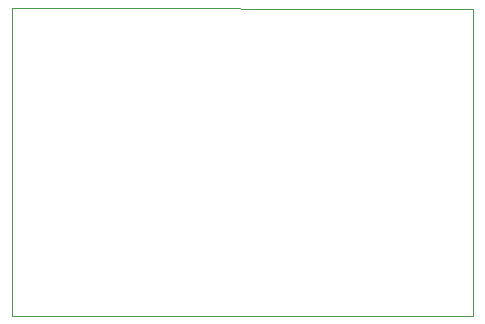
<source format=gm1>
G04*
G04 #@! TF.GenerationSoftware,Altium Limited,Altium Designer,19.1.6 (110)*
G04*
G04 Layer_Color=16711935*
%FSLAX43Y43*%
%MOMM*%
G71*
G01*
G75*
%ADD50C,0.100*%
D50*
X0Y0D02*
X39000Y-16D01*
Y25984D01*
X0Y0D02*
Y26000D01*
X39000Y25984D01*
M02*

</source>
